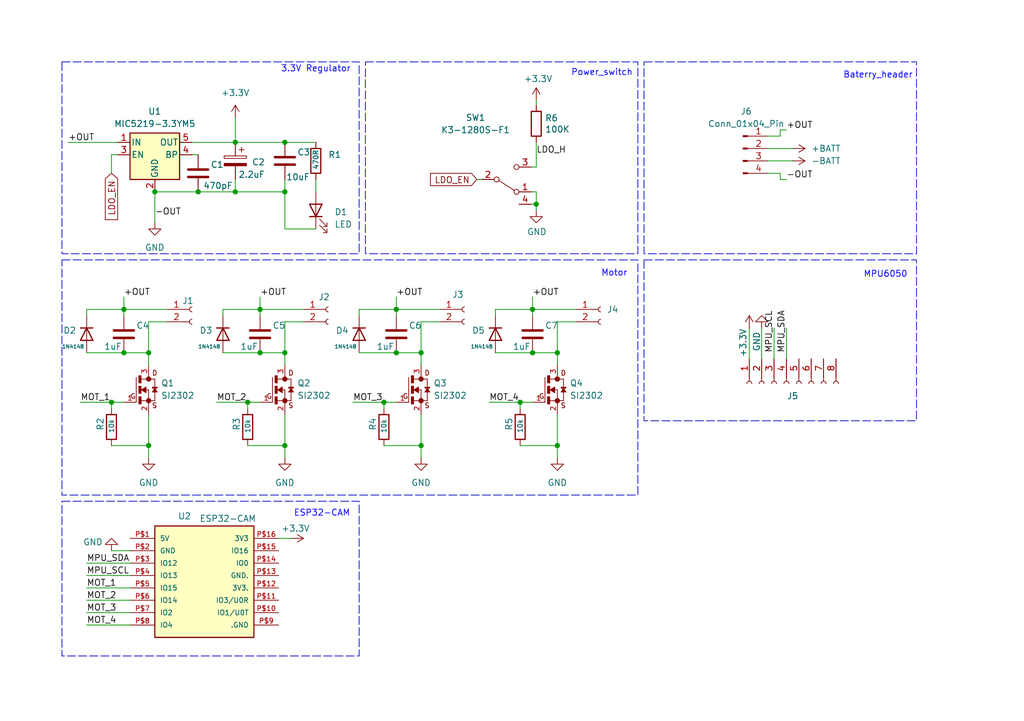
<source format=kicad_sch>
(kicad_sch (version 20231120) (generator "eeschema") (generator_version "8.0")
  (paper "A5")
  (lib_symbols
    (symbol "Connector:Conn_01x02_Socket" (pin_names (offset 1.016) hide)
      (property "Reference" "J" (at 0 2.54 0))
      (property "Value" "Conn_01x02_Socket" (at 0 -5.08 0))
      (symbol "Conn_01x02_Socket_1_1"
        (arc (start 0 -2.032) (mid -0.5058 -2.54) (end 0 -3.048) (stroke (width 0.1524)))
        (polyline (pts (xy -1.27 -2.54) (xy -0.508 -2.54)) (stroke (width 0.1524)))
        (polyline (pts (xy -1.27 0) (xy -0.508 0)) (stroke (width 0.1524)))
        (arc (start 0 0.508) (mid -0.5058 0) (end 0 -0.508) (stroke (width 0.1524)))
        (pin passive line (at -5.08 0 0) (length 3.81) (name "Pin_1") (number "1"))
        (pin passive line (at -5.08 -2.54 0) (length 3.81) (name "Pin_2") (number "2"))
      )
    )
    (symbol "Connector:Conn_01x04_Pin" (pin_names (offset 1.016) hide)
      (property "Reference" "J" (at 0 5.08 0))
      (property "Value" "Conn_01x04_Pin" (at 0 -7.62 0))
      (symbol "Conn_01x04_Pin_1_1"
        (polyline (pts (xy 1.27 -5.08) (xy 0.8636 -5.08)) (stroke (width 0.1524)))
        (polyline (pts (xy 1.27 -2.54) (xy 0.8636 -2.54)) (stroke (width 0.1524)))
        (polyline (pts (xy 1.27 0) (xy 0.8636 0)) (stroke (width 0.1524)))
        (polyline (pts (xy 1.27 2.54) (xy 0.8636 2.54)) (stroke (width 0.1524)))
        (rectangle (start 0.8636 -4.953) (end 0 -5.207) (stroke (width 0.1524)) (fill (type outline)))
        (rectangle (start 0.8636 -2.413) (end 0 -2.667) (stroke (width 0.1524)) (fill (type outline)))
        (rectangle (start 0.8636 0.127) (end 0 -0.127) (stroke (width 0.1524)) (fill (type outline)))
        (rectangle (start 0.8636 2.667) (end 0 2.413) (stroke (width 0.1524)) (fill (type outline)))
        (pin passive line (at 5.08 2.54 180) (length 3.81) (name "Pin_1") (number "1"))
        (pin passive line (at 5.08 0 180) (length 3.81) (name "Pin_2") (number "2"))
        (pin passive line (at 5.08 -2.54 180) (length 3.81) (name "Pin_3") (number "3"))
        (pin passive line (at 5.08 -5.08 180) (length 3.81) (name "Pin_4") (number "4"))
      )
    )
    (symbol "Connector:Conn_01x08_Socket" (pin_names (offset 1.016) hide)
      (property "Reference" "J" (at 0 10.16 0))
      (property "Value" "Conn_01x08_Socket" (at 0 -12.7 0))
      (symbol "Conn_01x08_Socket_1_1"
        (arc (start 0 -9.652) (mid -0.5058 -10.16) (end 0 -10.668) (stroke (width 0.1524)))
        (arc (start 0 -7.112) (mid -0.5058 -7.62) (end 0 -8.128) (stroke (width 0.1524)))
        (arc (start 0 -4.572) (mid -0.5058 -5.08) (end 0 -5.588) (stroke (width 0.1524)))
        (arc (start 0 -2.032) (mid -0.5058 -2.54) (end 0 -3.048) (stroke (width 0.1524)))
        (polyline (pts (xy -1.27 -10.16) (xy -0.508 -10.16)) (stroke (width 0.1524)))
        (polyline (pts (xy -1.27 -7.62) (xy -0.508 -7.62)) (stroke (width 0.1524)))
        (polyline (pts (xy -1.27 -5.08) (xy -0.508 -5.08)) (stroke (width 0.1524)))
        (polyline (pts (xy -1.27 -2.54) (xy -0.508 -2.54)) (stroke (width 0.1524)))
        (polyline (pts (xy -1.27 0) (xy -0.508 0)) (stroke (width 0.1524)))
        (polyline (pts (xy -1.27 2.54) (xy -0.508 2.54)) (stroke (width 0.1524)))
        (polyline (pts (xy -1.27 5.08) (xy -0.508 5.08)) (stroke (width 0.1524)))
        (polyline (pts (xy -1.27 7.62) (xy -0.508 7.62)) (stroke (width 0.1524)))
        (arc (start 0 0.508) (mid -0.5058 0) (end 0 -0.508) (stroke (width 0.1524)))
        (arc (start 0 3.048) (mid -0.5058 2.54) (end 0 2.032) (stroke (width 0.1524)))
        (arc (start 0 5.588) (mid -0.5058 5.08) (end 0 4.572) (stroke (width 0.1524)))
        (arc (start 0 8.128) (mid -0.5058 7.62) (end 0 7.112) (stroke (width 0.1524)))
        (pin passive line (at -5.08 7.62 0) (length 3.81) (name "Pin_1") (number "1"))
        (pin passive line (at -5.08 5.08 0) (length 3.81) (name "Pin_2") (number "2"))
        (pin passive line (at -5.08 2.54 0) (length 3.81) (name "Pin_3") (number "3"))
        (pin passive line (at -5.08 0 0) (length 3.81) (name "Pin_4") (number "4"))
        (pin passive line (at -5.08 -2.54 0) (length 3.81) (name "Pin_5") (number "5"))
        (pin passive line (at -5.08 -5.08 0) (length 3.81) (name "Pin_6") (number "6"))
        (pin passive line (at -5.08 -7.62 0) (length 3.81) (name "Pin_7") (number "7"))
        (pin passive line (at -5.08 -10.16 0) (length 3.81) (name "Pin_8") (number "8"))
      )
    )
    (symbol "Device:C" (pin_numbers hide) (pin_names (offset 0.254))
      (property "Reference" "C" (at 0.635 2.54 0))
      (property "Value" "C" (at 0.635 -2.54 0))
      (symbol "C_0_1"
        (polyline (pts (xy -2.032 -0.762) (xy 2.032 -0.762)) (stroke (width 0.508)))
        (polyline (pts (xy -2.032 0.762) (xy 2.032 0.762)) (stroke (width 0.508)))
      )
      (symbol "C_1_1"
        (pin passive line (at 0 3.81 270) (length 2.794) (name "~") (number "1"))
        (pin passive line (at 0 -3.81 90) (length 2.794) (name "~") (number "2"))
      )
    )
    (symbol "Device:C_Polarized" (pin_numbers hide) (pin_names (offset 0.254))
      (property "Reference" "C" (at 0.635 2.54 0))
      (property "Value" "C_Polarized" (at 0.635 -2.54 0))
      (symbol "C_Polarized_0_1"
        (rectangle (start -2.286 0.508) (end 2.286 1.016))
        (polyline (pts (xy -1.778 2.286) (xy -0.762 2.286)))
        (polyline (pts (xy -1.27 2.794) (xy -1.27 1.778)))
        (rectangle (start 2.286 -0.508) (end -2.286 -1.016) (fill (type outline)))
      )
      (symbol "C_Polarized_1_1"
        (pin passive line (at 0 3.81 270) (length 2.794) (name "~") (number "1"))
        (pin passive line (at 0 -3.81 90) (length 2.794) (name "~") (number "2"))
      )
    )
    (symbol "Device:LED" (pin_numbers hide) (pin_names (offset 1.016) hide)
      (property "Reference" "D" (at 0 2.54 0))
      (property "Value" "LED" (at 0 -2.54 0))
      (symbol "LED_0_1"
        (polyline (pts (xy -1.27 -1.27) (xy -1.27 1.27)) (stroke (width 0.254)))
        (polyline (pts (xy -1.27 0) (xy 1.27 0)))
        (polyline (pts (xy 1.27 -1.27) (xy 1.27 1.27) (xy -1.27 0) (xy 1.27 -1.27)) (stroke (width 0.254)))
        (polyline (pts (xy -3.048 -0.762) (xy -4.572 -2.286) (xy -3.81 -2.286) (xy -4.572 -2.286) (xy -4.572 -1.524)))
        (polyline (pts (xy -1.778 -0.762) (xy -3.302 -2.286) (xy -2.54 -2.286) (xy -3.302 -2.286) (xy -3.302 -1.524)))
      )
      (symbol "LED_1_1"
        (pin passive line (at -3.81 0 0) (length 2.54) (name "K") (number "1"))
        (pin passive line (at 3.81 0 180) (length 2.54) (name "A") (number "2"))
      )
    )
    (symbol "Device:R" (pin_numbers hide) (pin_names (offset 0))
      (property "Reference" "R" (at 2.032 0 90))
      (property "Value" "R" (at 0 0 90))
      (symbol "R_0_1"
        (rectangle (start -1.016 -2.54) (end 1.016 2.54) (stroke (width 0.254)))
      )
      (symbol "R_1_1"
        (pin passive line (at 0 3.81 270) (length 1.27) (name "~") (number "1"))
        (pin passive line (at 0 -3.81 90) (length 1.27) (name "~") (number "2"))
      )
    )
    (symbol "Diode:1N4148" (pin_numbers hide) (pin_names hide)
      (property "Reference" "D" (at 0 2.54 0))
      (property "Value" "1N4148" (at 0 -2.54 0))
      (symbol "1N4148_0_1"
        (polyline (pts (xy -1.27 1.27) (xy -1.27 -1.27)) (stroke (width 0.254)))
        (polyline (pts (xy 1.27 0) (xy -1.27 0)))
        (polyline (pts (xy 1.27 1.27) (xy 1.27 -1.27) (xy -1.27 0) (xy 1.27 1.27)) (stroke (width 0.254)))
      )
      (symbol "1N4148_1_1"
        (pin passive line (at -3.81 0 0) (length 2.54) (name "K") (number "1"))
        (pin passive line (at 3.81 0 180) (length 2.54) (name "A") (number "2"))
      )
    )
    (symbol "ESP32-CAM:ESP32-CAM" (pin_names (offset 1.016))
      (property "Reference" "U" (at -10.16 20.32 0))
      (property "Value" "ESP32-CAM" (at 0 0 0))
      (symbol "ESP32-CAM_0_0"
        (rectangle (start -10.16 -5.08) (end 10.16 17.78) (stroke (width 0.254)) (fill (type background)))
        (pin bidirectional line (at -15.24 15.24 0) (length 5.08) (name "5V") (number "P$1"))
        (pin bidirectional line (at 15.24 0 180) (length 5.08) (name "IO1/U0T") (number "P$10"))
        (pin bidirectional line (at 15.24 2.54 180) (length 5.08) (name "IO3/U0R") (number "P$11"))
        (pin bidirectional line (at 15.24 5.08 180) (length 5.08) (name "3V3.") (number "P$12"))
        (pin bidirectional line (at 15.24 7.62 180) (length 5.08) (name "GND.") (number "P$13"))
        (pin bidirectional line (at 15.24 10.16 180) (length 5.08) (name "IO0") (number "P$14"))
        (pin bidirectional line (at 15.24 12.7 180) (length 5.08) (name "IO16") (number "P$15"))
        (pin bidirectional line (at 15.24 15.24 180) (length 5.08) (name "3V3") (number "P$16"))
        (pin bidirectional line (at -15.24 12.7 0) (length 5.08) (name "GND") (number "P$2"))
        (pin bidirectional line (at -15.24 10.16 0) (length 5.08) (name "IO12") (number "P$3"))
        (pin bidirectional line (at -15.24 7.62 0) (length 5.08) (name "IO13") (number "P$4"))
        (pin bidirectional line (at -15.24 5.08 0) (length 5.08) (name "IO15") (number "P$5"))
        (pin bidirectional line (at -15.24 2.54 0) (length 5.08) (name "IO14") (number "P$6"))
        (pin bidirectional line (at -15.24 0 0) (length 5.08) (name "IO2") (number "P$7"))
        (pin bidirectional line (at -15.24 -2.54 0) (length 5.08) (name "IO4") (number "P$8"))
        (pin bidirectional line (at 15.24 -2.54 180) (length 5.08) (name ".GND") (number "P$9"))
      )
    )
    (symbol "Regulator_Linear:MIC5219-3.3YM5" (pin_names (offset 0.254))
      (property "Reference" "U" (at -3.81 5.715 0))
      (property "Value" "MIC5219-3.3YM5" (at 0 5.715 0))
      (symbol "MIC5219-3.3YM5_0_1"
        (rectangle (start -5.08 4.445) (end 5.08 -5.08) (stroke (width 0.254)) (fill (type background)))
      )
      (symbol "MIC5219-3.3YM5_1_1"
        (pin power_in line (at -7.62 2.54 0) (length 2.54) (name "IN") (number "1"))
        (pin power_in line (at 0 -7.62 90) (length 2.54) (name "GND") (number "2"))
        (pin input line (at -7.62 0 0) (length 2.54) (name "EN") (number "3"))
        (pin input line (at 7.62 0 180) (length 2.54) (name "BP") (number "4"))
        (pin power_out line (at 7.62 2.54 180) (length 2.54) (name "OUT") (number "5"))
      )
    )
    (symbol "SI2302:SI2302" (pin_names (offset 1.016))
      (property "Reference" "Q" (at 2.5417 0 0))
      (property "Value" "SI2302" (at 2.5438 -2.5438 0))
      (symbol "SI2302_0_0"
        (rectangle (start -2.035 1.399) (end -1.524 2.921) (stroke (width 0.1)) (fill (type outline)))
        (rectangle (start -2.0335 -2.9232) (end -1.524 -1.397) (stroke (width 0.1)) (fill (type outline)))
        (rectangle (start -2.0336 -0.7626) (end -1.524 0.762) (stroke (width 0.1)) (fill (type outline)))
        (circle (center 0 -2.2225) (radius 0.127) (stroke (width 0.4064)))
        (polyline (pts (xy -2.54 -2.54) (xy -2.54 2.54)) (stroke (width 0.1524)))
        (polyline (pts (xy -1.5875 -2.2225) (xy 0 -2.2225)) (stroke (width 0.1524)))
        (polyline (pts (xy -1.5875 2.2225) (xy 0 2.2225)) (stroke (width 0.1524)))
        (polyline (pts (xy -0.508 0) (xy 0 0)) (stroke (width 0.1524)))
        (polyline (pts (xy 0 -2.2225) (xy 0 -2.54)) (stroke (width 0.1524)))
        (polyline (pts (xy 0 0) (xy 0 -2.2225)) (stroke (width 0.1524)))
        (polyline (pts (xy 0 2.2225) (xy 1.27 2.2225)) (stroke (width 0.1524)))
        (polyline (pts (xy 0 2.54) (xy 0 2.2225)) (stroke (width 0.1524)))
        (polyline (pts (xy 1.27 -2.2225) (xy 0 -2.2225)) (stroke (width 0.1524)))
        (polyline (pts (xy 1.27 2.2225) (xy 1.27 -2.2225)) (stroke (width 0.1524)))
        (polyline (pts (xy -1.524 0) (xy -0.508 0.635) (xy -0.508 -0.635) (xy -1.524 0)) (stroke (width 0.1016)) (fill (type outline)))
        (polyline (pts (xy 1.27 0.3175) (xy 0.762 -0.4445) (xy 1.778 -0.4445) (xy 1.27 0.3175)) (stroke (width 0.1524)) (fill (type outline)))
        (circle (center 0 2.2225) (radius 0.127) (stroke (width 0.4064)))
        (rectangle (start 0.7632 0.318) (end 1.778 0.5715) (stroke (width 0.1)) (fill (type outline)))
        (text "D" (at 0.6361 2.8623 0) (effects (font (size 1.0177 1.0177)) (justify left bottom)))
        (text "G" (at -3.813 -1.9065 0) (effects (font (size 1.0168 1.0168)) (justify left bottom)))
        (text "S" (at 0.6357 -3.8141 0) (effects (font (size 1.0171 1.0171)) (justify left bottom)))
        (pin passive line (at -5.08 -2.54 0) (length 2.54) (name "~") (number "1"))
        (pin passive line (at 0 -5.08 90) (length 2.54) (name "~") (number "2"))
        (pin passive line (at 0 5.08 270) (length 2.54) (name "~") (number "3"))
      )
    )
    (symbol "Switch:SW_SPDT" (pin_names (offset 0) hide)
      (property "Reference" "SW3" (at -6.35 -12.7 0))
      (property "Value" "K3-1280S-F1 " (at -6.35 -10.16 0))
      (symbol "SW_SPDT_0_0"
        (circle (center -2.032 0) (radius 0.508))
        (circle (center 2.032 -2.54) (radius 0.508))
      )
      (symbol "SW_SPDT_0_1"
        (polyline (pts (xy -1.524 0.254) (xy 1.651 2.286)))
        (circle (center 2.032 2.54) (radius 0.508))
      )
      (symbol "SW_SPDT_1_1"
        (pin passive line (at 5.08 2.54 180) (length 2.54) (name "A") (number "1"))
        (pin passive line (at -5.08 0 0) (length 2.54) (name "B") (number "2"))
        (pin passive line (at 5.08 -2.54 180) (length 2.54) (name "C") (number "3"))
        (pin input line (at 5.08 5.08 180) (length 2.54) (name "4") (number "4"))
      )
    )
    (symbol "power:+3.3V" (power) (pin_numbers hide) (pin_names (offset 0) hide)
      (property "Value" "+3.3V" (at 0 3.556 0))
      (symbol "+3.3V_0_1"
        (polyline (pts (xy -0.762 1.27) (xy 0 2.54)))
        (polyline (pts (xy 0 0) (xy 0 2.54)))
        (polyline (pts (xy 0 2.54) (xy 0.762 1.27)))
      )
      (symbol "+3.3V_1_1"
        (pin power_in line (at 0 0 90) (length 0) (name "~") (number "1"))
      )
    )
    (symbol "power:+BATT" (power) (pin_numbers hide) (pin_names (offset 0) hide)
      (property "Value" "+BATT" (at 0 3.556 0))
      (symbol "+BATT_0_1"
        (polyline (pts (xy -0.762 1.27) (xy 0 2.54)))
        (polyline (pts (xy 0 0) (xy 0 2.54)))
        (polyline (pts (xy 0 2.54) (xy 0.762 1.27)))
      )
      (symbol "+BATT_1_1"
        (pin power_in line (at 0 0 90) (length 0) (name "~") (number "1"))
      )
    )
    (symbol "power:GND" (power) (pin_numbers hide) (pin_names (offset 0) hide)
      (property "Value" "GND" (at 0 -3.81 0))
      (symbol "GND_0_1"
        (polyline (pts (xy 0 0) (xy 0 -1.27) (xy 1.27 -1.27) (xy 0 -2.54) (xy -1.27 -1.27) (xy 0 -1.27)))
      )
      (symbol "GND_1_1"
        (pin power_in line (at 0 0 270) (length 0) (name "~") (number "1"))
      )
    )
    (symbol "power:VBUS" (power) (pin_names (offset 0))
      (property "Value" "VBUS" (at 0 3.81 0))
      (symbol "VBUS_0_1"
        (polyline (pts (xy -0.762 1.27) (xy 0 2.54)))
        (polyline (pts (xy 0 0) (xy 0 2.54)))
        (polyline (pts (xy 0 2.54) (xy 0.762 1.27)))
      )
      (symbol "VBUS_1_1"
        (pin power_in line (at 0 0 90) (length 0) hide (name "VBUS") (number "1"))
      )
    )
  )
  (junction (at 48.26 29.21))
  (junction (at 86.36 72.39))
  (junction (at 48.26 39.37))
  (junction (at 30.48 91.44))
  (junction (at 58.42 91.44))
  (junction (at 78.74 82.55))
  (junction (at 109.22 63.5))
  (junction (at 22.86 82.55))
  (junction (at 31.75 39.37))
  (junction (at 86.36 91.44))
  (junction (at 58.42 39.37))
  (junction (at 25.4 63.5))
  (junction (at 109.982 41.91))
  (junction (at 58.42 29.21))
  (junction (at 114.3 91.44))
  (junction (at 114.3 72.39))
  (junction (at 81.28 72.39))
  (junction (at 25.4 72.39))
  (junction (at 109.22 72.39))
  (junction (at 50.8 82.55))
  (junction (at 30.48 72.39))
  (junction (at 53.34 63.5))
  (junction (at 58.42 72.39))
  (junction (at 81.28 63.5))
  (junction (at 40.64 39.37))
  (junction (at 53.34 72.39))
  (junction (at 106.68 82.55))
  (wire (pts (xy 106.68 91.44) (xy 114.3 91.44)))
  (wire (pts (xy 31.75 39.37) (xy 40.64 39.37)))
  (wire (pts (xy 109.982 29.21) (xy 109.982 34.29)))
  (wire (pts (xy 161.29 67.31) (xy 161.29 73.66)))
  (wire (pts (xy 78.74 91.44) (xy 86.36 91.44)))
  (wire (pts (xy 58.42 36.83) (xy 58.42 39.37)))
  (wire (pts (xy 64.77 46.99) (xy 58.42 46.99)))
  (wire (pts (xy 17.78 118.11) (xy 26.67 118.11)))
  (wire (pts (xy 108.966 39.37) (xy 109.982 39.37)))
  (wire (pts (xy 16.51 82.55) (xy 22.86 82.55)))
  (wire (pts (xy 40.64 39.37) (xy 48.26 39.37)))
  (wire (pts (xy 109.22 72.39) (xy 114.3 72.39)))
  (wire (pts (xy 72.39 82.55) (xy 78.74 82.55)))
  (wire (pts (xy 109.982 20.574) (xy 109.982 21.59)))
  (wire (pts (xy 109.22 60.96) (xy 109.22 63.5)))
  (wire (pts (xy 22.86 91.44) (xy 30.48 91.44)))
  (wire (pts (xy 156.21 67.31) (xy 156.21 73.66)))
  (wire (pts (xy 39.37 29.21) (xy 48.26 29.21)))
  (wire (pts (xy 160.02 26.67) (xy 161.29 26.67)))
  (wire (pts (xy 48.26 36.83) (xy 48.26 39.37)))
  (wire (pts (xy 58.42 39.37) (xy 48.26 39.37)))
  (wire (pts (xy 57.15 110.49) (xy 59.69 110.49)))
  (wire (pts (xy 86.36 66.04) (xy 90.17 66.04)))
  (wire (pts (xy 78.74 82.55) (xy 78.74 83.82)))
  (wire (pts (xy 160.02 36.83) (xy 161.29 36.83)))
  (wire (pts (xy 157.48 33.02) (xy 162.56 33.02)))
  (wire (pts (xy 157.48 30.48) (xy 162.56 30.48)))
  (wire (pts (xy 153.67 67.31) (xy 153.67 73.66)))
  (wire (pts (xy 73.66 63.5) (xy 81.28 63.5)))
  (wire (pts (xy 17.78 128.27) (xy 26.67 128.27)))
  (wire (pts (xy 58.42 66.04) (xy 62.23 66.04)))
  (wire (pts (xy 78.74 82.55) (xy 81.28 82.55)))
  (wire (pts (xy 109.22 63.5) (xy 118.11 63.5)))
  (wire (pts (xy 17.78 120.65) (xy 26.67 120.65)))
  (wire (pts (xy 86.36 72.39) (xy 86.36 66.04)))
  (wire (pts (xy 50.8 82.55) (xy 50.8 83.82)))
  (wire (pts (xy 81.28 63.5) (xy 90.17 63.5)))
  (wire (pts (xy 25.4 72.39) (xy 30.48 72.39)))
  (wire (pts (xy 13.97 29.21) (xy 24.13 29.21)))
  (wire (pts (xy 44.45 82.55) (xy 50.8 82.55)))
  (wire (pts (xy 108.966 34.29) (xy 109.982 34.29)))
  (wire (pts (xy 22.86 82.55) (xy 25.4 82.55)))
  (wire (pts (xy 17.78 125.73) (xy 26.67 125.73)))
  (wire (pts (xy 39.37 31.75) (xy 40.64 31.75)))
  (wire (pts (xy 48.26 24.13) (xy 48.26 29.21)))
  (wire (pts (xy 81.28 63.5) (xy 81.28 64.77)))
  (wire (pts (xy 81.28 60.96) (xy 81.28 63.5)))
  (wire (pts (xy 98.806 36.83) (xy 97.79 36.83)))
  (wire (pts (xy 25.4 63.5) (xy 34.29 63.5)))
  (wire (pts (xy 30.48 74.93) (xy 30.48 72.39)))
  (wire (pts (xy 158.75 67.31) (xy 158.75 73.66)))
  (wire (pts (xy 53.34 60.96) (xy 53.34 63.5)))
  (wire (pts (xy 109.22 63.5) (xy 109.22 64.77)))
  (wire (pts (xy 100.33 82.55) (xy 106.68 82.55)))
  (wire (pts (xy 101.6 72.39) (xy 109.22 72.39)))
  (wire (pts (xy 86.36 74.93) (xy 86.36 72.39)))
  (wire (pts (xy 53.34 72.39) (xy 58.42 72.39)))
  (wire (pts (xy 17.78 63.5) (xy 25.4 63.5)))
  (wire (pts (xy 64.77 39.37) (xy 64.77 36.83)))
  (wire (pts (xy 45.72 63.5) (xy 53.34 63.5)))
  (wire (pts (xy 58.42 74.93) (xy 58.42 72.39)))
  (wire (pts (xy 109.982 39.37) (xy 109.982 41.91)))
  (wire (pts (xy 73.66 64.77) (xy 73.66 63.5)))
  (wire (pts (xy 58.42 46.99) (xy 58.42 39.37)))
  (wire (pts (xy 81.28 72.39) (xy 86.36 72.39)))
  (wire (pts (xy 22.86 113.03) (xy 26.67 113.03)))
  (wire (pts (xy 45.72 64.77) (xy 45.72 63.5)))
  (wire (pts (xy 101.6 64.77) (xy 101.6 63.5)))
  (wire (pts (xy 160.02 35.56) (xy 157.48 35.56)))
  (wire (pts (xy 48.26 29.21) (xy 58.42 29.21)))
  (wire (pts (xy 101.6 63.5) (xy 109.22 63.5)))
  (wire (pts (xy 86.36 91.44) (xy 86.36 85.09)))
  (wire (pts (xy 58.42 29.21) (xy 64.77 29.21)))
  (wire (pts (xy 58.42 72.39) (xy 58.42 66.04)))
  (wire (pts (xy 114.3 72.39) (xy 114.3 66.04)))
  (wire (pts (xy 30.48 91.44) (xy 30.48 85.09)))
  (wire (pts (xy 160.02 36.83) (xy 160.02 35.56)))
  (wire (pts (xy 114.3 93.98) (xy 114.3 91.44)))
  (wire (pts (xy 106.68 82.55) (xy 106.68 83.82)))
  (wire (pts (xy 50.8 82.55) (xy 53.34 82.55)))
  (wire (pts (xy 114.3 66.04) (xy 118.11 66.04)))
  (wire (pts (xy 50.8 91.44) (xy 58.42 91.44)))
  (wire (pts (xy 108.966 41.91) (xy 109.982 41.91)))
  (wire (pts (xy 22.86 35.56) (xy 22.86 31.75)))
  (wire (pts (xy 109.982 41.91) (xy 109.982 43.18)))
  (wire (pts (xy 31.75 45.72) (xy 31.75 39.37)))
  (wire (pts (xy 17.78 64.77) (xy 17.78 63.5)))
  (wire (pts (xy 58.42 91.44) (xy 58.42 85.09)))
  (wire (pts (xy 17.78 72.39) (xy 25.4 72.39)))
  (wire (pts (xy 22.86 82.55) (xy 22.86 83.82)))
  (wire (pts (xy 160.02 26.67) (xy 160.02 27.94)))
  (wire (pts (xy 22.86 31.75) (xy 24.13 31.75)))
  (wire (pts (xy 53.34 63.5) (xy 53.34 64.77)))
  (wire (pts (xy 114.3 91.44) (xy 114.3 85.09)))
  (wire (pts (xy 30.48 72.39) (xy 30.48 66.04)))
  (wire (pts (xy 30.48 93.98) (xy 30.48 91.44)))
  (wire (pts (xy 73.66 72.39) (xy 81.28 72.39)))
  (wire (pts (xy 160.02 27.94) (xy 157.48 27.94)))
  (wire (pts (xy 17.78 123.19) (xy 26.67 123.19)))
  (wire (pts (xy 114.3 74.93) (xy 114.3 72.39)))
  (wire (pts (xy 106.68 82.55) (xy 109.22 82.55)))
  (wire (pts (xy 17.78 115.57) (xy 26.67 115.57)))
  (wire (pts (xy 30.48 66.04) (xy 34.29 66.04)))
  (wire (pts (xy 25.4 60.96) (xy 25.4 63.5)))
  (wire (pts (xy 58.42 93.98) (xy 58.42 91.44)))
  (wire (pts (xy 53.34 63.5) (xy 62.23 63.5)))
  (wire (pts (xy 25.4 63.5) (xy 25.4 64.77)))
  (wire (pts (xy 86.36 93.98) (xy 86.36 91.44)))
  (wire (pts (xy 45.72 72.39) (xy 53.34 72.39)))
  (rectangle (start 12.7 12.7) (end 73.66 52.07) (stroke (width 0) (type dash)))
  (rectangle (start 132.08 53.34) (end 187.96 86.36) (stroke (width 0) (type dash)))
  (rectangle (start 12.7 53.34) (end 130.81 101.6) (stroke (width 0) (type dash)))
  (rectangle (start 74.93 12.7) (end 130.81 52.07) (stroke (width 0) (type dash)))
  (rectangle (start 12.7 102.87) (end 73.66 134.62) (stroke (width 0) (type dash)))
  (rectangle (start 132.08 12.7) (end 187.96 52.07) (stroke (width 0) (type dash)))
  (text "Motor" (at 125.984 56.134 0) (effects (font (size 1.27 1.27))))
  (text "Power_switch" (at 123.444 14.986 0) (effects (font (size 1.27 1.27))))
  (text "Baterry_header" (at 180.086 15.494 0) (effects (font (size 1.27 1.27))))
  (text "3.3V Regulator" (at 64.77 14.224 0) (effects (font (size 1.27 1.27))))
  (text "MPU6050" (at 181.61 56.388 0) (effects (font (size 1.27 1.27))))
  (text "ESP32-CAM" (at 66.04 105.41 0) (effects (font (size 1.27 1.27))))
  (label "MOT_2" (at 44.45 82.55 0))
  (label "+OUT" (at 81.28 60.96 0))
  (label "MOT_3" (at 72.39 82.55 0))
  (label "-OUT" (at 31.75 44.45 0))
  (label "+OUT" (at 25.4 60.96 0))
  (label "-OUT" (at 161.29 36.83 0))
  (label "MPU_SCL" (at 158.75 72.39 90))
  (label "+OUT" (at 53.34 60.96 0))
  (label "+OUT" (at 109.22 60.96 0))
  (label "MPU_SDA" (at 17.78 115.57 0))
  (label "MOT_4" (at 100.33 82.55 0))
  (label "+OUT" (at 13.97 29.21 0))
  (label "MOT_1" (at 17.78 120.65 0))
  (label "+OUT" (at 161.29 26.67 0))
  (label "LDO_H" (at 109.982 31.75 0))
  (label "MOT_4" (at 17.78 128.27 0))
  (label "MOT_1" (at 16.51 82.55 0))
  (label "MOT_3" (at 17.78 125.73 0))
  (label "MPU_SCL" (at 17.78 118.11 0))
  (label "MPU_SDA" (at 161.29 72.39 90))
  (label "MOT_2" (at 17.78 123.19 0))
  (global_label "LDO_EN" (shape input) (at 22.86 35.56 270) (property "Intersheetrefs" "${INTERSHEET_REFS}" (effects (hide yes))))
  (global_label "LDO_EN" (shape input) (at 97.79 36.83 180) (property "Intersheetrefs" "${INTERSHEET_REFS}" (effects (hide yes))))
  (symbol (lib_id "ESP32-CAM:ESP32-CAM") (at 41.91 125.73 0) (unit 1)
    (property "Reference" "U2" (at 37.846 105.918 0))
    (property "Value" "ESP32-CAM" (at 46.736 106.426 0))
    (property "Footprint" "ESP32-CAM:ESP32-CAM" (effects (hide yes)))
    (property "MF" "AI-Thinker" (effects (hide yes)))
    (property "DESCRIPTION" "ESP32 ESP32 Transceiver; 802.11 a/b/g/n (Wi-Fi, WiFi, WLAN), Bluetooth® Smart 4.x Low Energy (BLE) Evaluation Board" (effects (hide yes)))
    (property "PACKAGE" "None" (effects (hide yes)))
    (property "PRICE" "None" (effects (hide yes)))
    (property "Package" "None" (effects (hide yes)))
    (property "Check_prices" "https://www.snapeda.com/parts/ESP32-CAM/AI-Thinker/view-part/?ref=eda" (effects (hide yes)))
    (property "Price" "None" (effects (hide yes)))
    (property "SnapEDA_Link" "https://www.snapeda.com/parts/ESP32-CAM/AI-Thinker/view-part/?ref=snap" (effects (hide yes)))
    (property "MP" "ESP32-CAM" (effects (hide yes)))
    (property "Availability" "Not in stock" (effects (hide yes)))
    (property "AVAILABILITY" "Not in stock" (effects (hide yes)))
    (property "Description_1" "\nESP32 ESP32 Transceiver; 802.11 a/b/g/n (Wi-Fi, WiFi, WLAN), Bluetooth® Smart 4.x Low Energy (BLE) Evaluation Board\n" (effects (hide yes)))
  )
  (symbol (lib_id "Connector:Conn_01x08_Socket") (at 161.29 78.74 90) (mirror x) (unit 1)
    (property "Reference" "J5" (at 162.56 81.28 90))
    (property "Value" "Conn_01x08_Socket" (effects (hide yes)))
    (property "Footprint" "Connector_PinSocket_2.54mm:PinSocket_1x08_P2.54mm_Vertical" (effects (hide yes)))
    (property "Description" "Generic connector, single row, 01x08, script generated" (effects (hide yes)))
  )
  (symbol (lib_id "SI2302:SI2302") (at 58.42 80.01 0) (unit 1)
    (property "Reference" "Q2" (at 60.96 78.635 0) (effects (justify left)))
    (property "Value" "SI2302" (at 60.96 81.175 0) (effects (justify left)))
    (property "Footprint" "SI2302:SOT23" (effects (hide yes)))
    (property "MF" "Vishay Siliconix" (effects (hide yes)))
    (property "Description_1" "\nN-Channel 20 V 2.6A (Ta) 710mW (Ta) Surface Mount SOT-23-3 (TO-236)\n" (effects (hide yes)))
    (property "Package" "SOT-23-3 Vishay Siliconix" (effects (hide yes)))
    (property "Price" "None" (effects (hide yes)))
    (property "SnapEDA_Link" "https://www.snapeda.com/parts/SI2302/Vishay+Siliconix/view-part/?ref=snap" (effects (hide yes)))
    (property "MP" "SI2302" (effects (hide yes)))
    (property "Purchase-URL" "https://www.snapeda.com/api/url_track_click_mouser/?unipart_id=2777527&manufacturer=Vishay Siliconix&part_name=SI2302&search_term=None" (effects (hide yes)))
    (property "Availability" "Not in stock" (effects (hide yes)))
    (property "Check_prices" "https://www.snapeda.com/parts/SI2302/Vishay+Siliconix/view-part/?ref=eda" (effects (hide yes)))
  )
  (symbol (lib_id "power:+3.3V") (at 48.26 24.13 0) (unit 1)
    (property "Reference" "#PWR02" (effects (hide yes)))
    (property "Value" "+3.3V" (at 48.26 19.05 0))
    (property "Description" "Power symbol creates a global label with name \"+3.3V\"" (effects (hide yes)))
  )
  (symbol (lib_id "power:GND") (at 58.42 93.98 0) (unit 1)
    (property "Reference" "#PWR08" (effects (hide yes)))
    (property "Value" "GND" (at 58.42 99.06 0))
    (property "Description" "Power symbol creates a global label with name \"GND\" , ground" (effects (hide yes)))
  )
  (symbol (lib_id "power:GND") (at 86.36 93.98 0) (unit 1)
    (property "Reference" "#PWR010" (effects (hide yes)))
    (property "Value" "GND" (at 86.36 99.06 0))
    (property "Description" "Power symbol creates a global label with name \"GND\" , ground" (effects (hide yes)))
  )
  (symbol (lib_id "Connector:Conn_01x04_Pin") (at 152.4 30.48 0) (unit 1)
    (property "Reference" "J6" (at 153.035 22.86 0))
    (property "Value" "Conn_01x04_Pin" (at 153.035 25.4 0))
    (property "Footprint" "Connector_PinHeader_2.54mm:PinHeader_1x04_P2.54mm_Vertical" (effects (hide yes)))
    (property "Description" "Generic connector, single row, 01x04, script generated" (effects (hide yes)))
  )
  (symbol (lib_id "Diode:1N4148") (at 73.66 68.58 270) (unit 1)
    (property "Reference" "D4" (at 68.834 67.818 90) (effects (justify left)))
    (property "Value" "1N4148" (at 68.58 71.12 90) (effects (font (size 0.762 0.762)) (justify left)))
    (property "Footprint" "Diode_THT:D_DO-35_SOD27_P7.62mm_Horizontal" (effects (hide yes)))
    (property "Datasheet" "https://assets.nexperia.com/documents/data-sheet/1N4148_1N4448.pdf" (effects (hide yes)))
    (property "Description" "100V 0.15A standard switching diode, DO-35" (effects (hide yes)))
    (property "Sim.Device" "D" (effects (hide yes)))
    (property "Sim.Pins" "1=K 2=A" (effects (hide yes)))
  )
  (symbol (lib_id "Device:LED") (at 64.77 43.18 90) (unit 1)
    (property "Reference" "D1" (at 68.58 43.4974 90) (effects (justify right)))
    (property "Value" "LED" (at 68.58 46.0374 90) (effects (justify right)))
    (property "Footprint" "LED_THT:LED_D3.0mm" (effects (hide yes)))
    (property "Description" "Light emitting diode" (effects (hide yes)))
  )
  (symbol (lib_id "Connector:Conn_01x02_Socket") (at 95.25 63.5 0) (unit 1)
    (property "Reference" "J3" (at 92.71 60.452 0) (effects (justify left)))
    (property "Value" "Conn_01x02_Socket" (effects (hide yes)))
    (property "Footprint" "Connector_PinSocket_1.27mm:PinSocket_1x02_P1.27mm_Vertical" (effects (hide yes)))
    (property "Description" "Generic connector, single row, 01x02, script generated" (effects (hide yes)))
  )
  (symbol (lib_id "Connector:Conn_01x02_Socket") (at 123.19 63.5 0) (unit 1)
    (property "Reference" "J4" (at 124.46 63.4999 0) (effects (justify left)))
    (property "Value" "Conn_01x02_Socket" (effects (hide yes)))
    (property "Footprint" "Connector_PinSocket_1.27mm:PinSocket_1x02_P1.27mm_Vertical" (effects (hide yes)))
    (property "Description" "Generic connector, single row, 01x02, script generated" (effects (hide yes)))
  )
  (symbol (lib_id "power:GND") (at 109.982 43.18 0) (unit 1)
    (property "Reference" "#PWR016" (effects (hide yes)))
    (property "Value" "GND" (at 110.109 47.5742 0))
  )
  (symbol (lib_id "Device:R") (at 64.77 33.02 0) (unit 1)
    (property "Reference" "R1" (at 67.31 31.7499 0) (effects (justify left)))
    (property "Value" "470R" (at 64.77 34.798 90) (effects (font (size 1.016 1.016)) (justify left)))
    (property "Footprint" "Resistor_THT:R_Axial_DIN0309_L9.0mm_D3.2mm_P12.70mm_Horizontal" (effects (hide yes)))
    (property "Description" "Resistor" (effects (hide yes)))
  )
  (symbol (lib_id "Device:C") (at 53.34 68.58 0) (unit 1)
    (property "Reference" "C5" (at 55.88 66.802 0) (effects (justify left)))
    (property "Value" "1uF" (at 49.276 71.12 0) (effects (justify left)))
    (property "Footprint" "Capacitor_THT:C_Disc_D7.0mm_W2.5mm_P5.00mm" (effects (hide yes)))
    (property "Description" "Unpolarized capacitor" (effects (hide yes)))
  )
  (symbol (lib_id "SI2302:SI2302") (at 86.36 80.01 0) (unit 1)
    (property "Reference" "Q3" (at 88.9 78.635 0) (effects (justify left)))
    (property "Value" "SI2302" (at 88.9 81.175 0) (effects (justify left)))
    (property "Footprint" "SI2302:SOT23" (effects (hide yes)))
    (property "MF" "Vishay Siliconix" (effects (hide yes)))
    (property "Description_1" "\nN-Channel 20 V 2.6A (Ta) 710mW (Ta) Surface Mount SOT-23-3 (TO-236)\n" (effects (hide yes)))
    (property "Package" "SOT-23-3 Vishay Siliconix" (effects (hide yes)))
    (property "Price" "None" (effects (hide yes)))
    (property "SnapEDA_Link" "https://www.snapeda.com/parts/SI2302/Vishay+Siliconix/view-part/?ref=snap" (effects (hide yes)))
    (property "MP" "SI2302" (effects (hide yes)))
    (property "Purchase-URL" "https://www.snapeda.com/api/url_track_click_mouser/?unipart_id=2777527&manufacturer=Vishay Siliconix&part_name=SI2302&search_term=None" (effects (hide yes)))
    (property "Availability" "Not in stock" (effects (hide yes)))
    (property "Check_prices" "https://www.snapeda.com/parts/SI2302/Vishay+Siliconix/view-part/?ref=eda" (effects (hide yes)))
  )
  (symbol (lib_id "power:+3.3V") (at 153.67 67.31 0) (unit 1)
    (property "Reference" "#PWR013" (effects (hide yes)))
    (property "Value" "+3.3V" (at 152.4 70.358 90))
    (property "Description" "Power symbol creates a global label with name \"+3.3V\"" (effects (hide yes)))
  )
  (symbol (lib_id "Diode:1N4148") (at 101.6 68.58 270) (unit 1)
    (property "Reference" "D5" (at 96.774 67.818 90) (effects (justify left)))
    (property "Value" "1N4148" (at 96.52 71.12 90) (effects (font (size 0.762 0.762)) (justify left)))
    (property "Footprint" "Diode_THT:D_DO-35_SOD27_P7.62mm_Horizontal" (effects (hide yes)))
    (property "Datasheet" "https://assets.nexperia.com/documents/data-sheet/1N4148_1N4448.pdf" (effects (hide yes)))
    (property "Description" "100V 0.15A standard switching diode, DO-35" (effects (hide yes)))
    (property "Sim.Device" "D" (effects (hide yes)))
    (property "Sim.Pins" "1=K 2=A" (effects (hide yes)))
  )
  (symbol (lib_id "power:+BATT") (at 162.56 33.02 270) (unit 1)
    (property "Reference" "#PWR018" (effects (hide yes)))
    (property "Value" "-BATT" (at 166.37 33.0199 90) (effects (justify left)))
    (property "Description" "Power symbol creates a global label with name \"+BATT\"" (effects (hide yes)))
  )
  (symbol (lib_id "Device:C_Polarized") (at 48.26 33.02 0) (mirror y) (unit 1)
    (property "Reference" "C2" (at 54.356 33.274 0) (effects (justify left)))
    (property "Value" "2.2uF" (at 54.356 35.814 0) (effects (justify left)))
    (property "Footprint" "Capacitor_THT:C_Disc_D7.0mm_W2.5mm_P5.00mm" (effects (hide yes)))
    (property "Description" "Polarized capacitor" (effects (hide yes)))
  )
  (symbol (lib_id "power:GND") (at 22.86 113.03 180) (unit 1)
    (property "Reference" "#PWR06" (effects (hide yes)))
    (property "Value" "GND" (at 17.018 111.252 0) (effects (justify right)))
    (property "Description" "Power symbol creates a global label with name \"GND\" , ground" (effects (hide yes)))
  )
  (symbol (lib_id "SI2302:SI2302") (at 30.48 80.01 0) (unit 1)
    (property "Reference" "Q1" (at 33.02 78.635 0) (effects (justify left)))
    (property "Value" "SI2302" (at 33.02 81.175 0) (effects (justify left)))
    (property "Footprint" "SI2302:SOT23" (effects (hide yes)))
    (property "MF" "Vishay Siliconix" (effects (hide yes)))
    (property "Description_1" "\nN-Channel 20 V 2.6A (Ta) 710mW (Ta) Surface Mount SOT-23-3 (TO-236)\n" (effects (hide yes)))
    (property "Package" "SOT-23-3 Vishay Siliconix" (effects (hide yes)))
    (property "Price" "None" (effects (hide yes)))
    (property "SnapEDA_Link" "https://www.snapeda.com/parts/SI2302/Vishay+Siliconix/view-part/?ref=snap" (effects (hide yes)))
    (property "MP" "SI2302" (effects (hide yes)))
    (property "Purchase-URL" "https://www.snapeda.com/api/url_track_click_mouser/?unipart_id=2777527&manufacturer=Vishay Siliconix&part_name=SI2302&search_term=None" (effects (hide yes)))
    (property "Availability" "Not in stock" (effects (hide yes)))
    (property "Check_prices" "https://www.snapeda.com/parts/SI2302/Vishay+Siliconix/view-part/?ref=eda" (effects (hide yes)))
  )
  (symbol (lib_id "Device:C") (at 40.64 35.56 0) (unit 1)
    (property "Reference" "C1" (at 43.18 33.782 0) (effects (justify left)))
    (property "Value" "470pF" (at 41.656 38.1 0) (effects (justify left)))
    (property "Footprint" "Capacitor_THT:C_Disc_D7.0mm_W2.5mm_P5.00mm" (effects (hide yes)))
    (property "Description" "Unpolarized capacitor" (effects (hide yes)))
  )
  (symbol (lib_id "Device:C") (at 109.22 68.58 0) (unit 1)
    (property "Reference" "C7" (at 111.76 66.802 0) (effects (justify left)))
    (property "Value" "1uF" (at 105.156 71.12 0) (effects (justify left)))
    (property "Footprint" "Capacitor_THT:C_Disc_D7.0mm_W2.5mm_P5.00mm" (effects (hide yes)))
    (property "Description" "Unpolarized capacitor" (effects (hide yes)))
  )
  (symbol (lib_id "Diode:1N4148") (at 17.78 68.58 270) (unit 1)
    (property "Reference" "D2" (at 12.954 67.818 90) (effects (justify left)))
    (property "Value" "1N4148" (at 12.7 71.12 90) (effects (font (size 0.762 0.762)) (justify left)))
    (property "Footprint" "Diode_THT:D_DO-35_SOD27_P7.62mm_Horizontal" (effects (hide yes)))
    (property "Datasheet" "https://assets.nexperia.com/documents/data-sheet/1N4148_1N4448.pdf" (effects (hide yes)))
    (property "Description" "100V 0.15A standard switching diode, DO-35" (effects (hide yes)))
    (property "Sim.Device" "D" (effects (hide yes)))
    (property "Sim.Pins" "1=K 2=A" (effects (hide yes)))
  )
  (symbol (lib_id "power:GND") (at 31.75 45.72 0) (unit 1)
    (property "Reference" "#PWR01" (effects (hide yes)))
    (property "Value" "GND" (at 31.75 50.8 0))
    (property "Description" "Power symbol creates a global label with name \"GND\" , ground" (effects (hide yes)))
  )
  (symbol (lib_id "power:GND") (at 30.48 93.98 0) (unit 1)
    (property "Reference" "#PWR04" (effects (hide yes)))
    (property "Value" "GND" (at 30.48 99.06 0))
    (property "Description" "Power symbol creates a global label with name \"GND\" , ground" (effects (hide yes)))
  )
  (symbol (lib_id "Device:R") (at 109.982 25.4 0) (unit 1)
    (property "Reference" "R6" (at 111.76 24.2316 0) (effects (justify left)))
    (property "Value" "100K" (at 111.76 26.543 0) (effects (justify left)))
    (property "Footprint" "Resistor_THT:R_Axial_DIN0309_L9.0mm_D3.2mm_P12.70mm_Horizontal" (effects (hide yes)))
  )
  (symbol (lib_id "Device:R") (at 106.68 87.63 0) (unit 1)
    (property "Reference" "R5" (at 104.394 88.392 90) (effects (justify left)))
    (property "Value" "10k" (at 106.68 88.9 90) (effects (font (size 1.016 1.016)) (justify left)))
    (property "Footprint" "Resistor_THT:R_Axial_DIN0309_L9.0mm_D3.2mm_P12.70mm_Horizontal" (effects (hide yes)))
    (property "Description" "Resistor" (effects (hide yes)))
  )
  (symbol (lib_id "power:+3.3V") (at 59.69 110.49 270) (unit 1)
    (property "Reference" "#PWR07" (effects (hide yes)))
    (property "Value" "+3.3V" (at 57.658 108.458 90) (effects (justify left)))
    (property "Description" "Power symbol creates a global label with name \"+3.3V\"" (effects (hide yes)))
  )
  (symbol (lib_id "power:VBUS") (at 109.982 20.574 0) (unit 1)
    (property "Reference" "#PWR015" (effects (hide yes)))
    (property "Value" "+3.3V" (at 110.363 16.1798 0))
  )
  (symbol (lib_id "Diode:1N4148") (at 45.72 68.58 270) (unit 1)
    (property "Reference" "D3" (at 40.894 67.818 90) (effects (justify left)))
    (property "Value" "1N4148" (at 40.64 71.12 90) (effects (font (size 0.762 0.762)) (justify left)))
    (property "Footprint" "Diode_THT:D_DO-35_SOD27_P7.62mm_Horizontal" (effects (hide yes)))
    (property "Datasheet" "https://assets.nexperia.com/documents/data-sheet/1N4148_1N4448.pdf" (effects (hide yes)))
    (property "Description" "100V 0.15A standard switching diode, DO-35" (effects (hide yes)))
    (property "Sim.Device" "D" (effects (hide yes)))
    (property "Sim.Pins" "1=K 2=A" (effects (hide yes)))
  )
  (symbol (lib_id "Connector:Conn_01x02_Socket") (at 39.37 63.5 0) (unit 1)
    (property "Reference" "J1" (at 37.338 61.722 0) (effects (justify left)))
    (property "Value" "Conn_01x02_Socket" (effects (hide yes)))
    (property "Footprint" "Connector_PinSocket_1.27mm:PinSocket_1x02_P1.27mm_Vertical" (effects (hide yes)))
    (property "Description" "Generic connector, single row, 01x02, script generated" (effects (hide yes)))
  )
  (symbol (lib_id "Device:R") (at 22.86 87.63 0) (unit 1)
    (property "Reference" "R2" (at 20.574 88.392 90) (effects (justify left)))
    (property "Value" "10k" (at 22.86 88.9 90) (effects (font (size 1.016 1.016)) (justify left)))
    (property "Footprint" "Resistor_THT:R_Axial_DIN0309_L9.0mm_D3.2mm_P12.70mm_Horizontal" (effects (hide yes)))
    (property "Description" "Resistor" (effects (hide yes)))
  )
  (symbol (lib_id "Device:R") (at 78.74 87.63 0) (unit 1)
    (property "Reference" "R4" (at 76.454 88.392 90) (effects (justify left)))
    (property "Value" "10k" (at 78.74 88.9 90) (effects (font (size 1.016 1.016)) (justify left)))
    (property "Footprint" "Resistor_THT:R_Axial_DIN0309_L9.0mm_D3.2mm_P12.70mm_Horizontal" (effects (hide yes)))
    (property "Description" "Resistor" (effects (hide yes)))
  )
  (symbol (lib_id "power:GND") (at 156.21 67.31 180) (unit 1)
    (property "Reference" "#PWR014" (effects (hide yes)))
    (property "Value" "GND" (at 155.194 70.104 90))
    (property "Description" "Power symbol creates a global label with name \"GND\" , ground" (effects (hide yes)))
  )
  (symbol (lib_id "power:+BATT") (at 162.56 30.48 270) (unit 1)
    (property "Reference" "#PWR017" (effects (hide yes)))
    (property "Value" "+BATT" (at 166.37 30.4799 90) (effects (justify left)))
    (property "Description" "Power symbol creates a global label with name \"+BATT\"" (effects (hide yes)))
  )
  (symbol (lib_id "Device:C") (at 58.42 33.02 0) (unit 1)
    (property "Reference" "C3" (at 60.96 31.242 0) (effects (justify left)))
    (property "Value" "10uF" (at 58.674 36.322 0) (effects (justify left)))
    (property "Footprint" "Capacitor_THT:C_Disc_D7.0mm_W2.5mm_P5.00mm" (effects (hide yes)))
    (property "Description" "Unpolarized capacitor" (effects (hide yes)))
  )
  (symbol (lib_id "Device:C") (at 81.28 68.58 0) (unit 1)
    (property "Reference" "C6" (at 83.82 66.802 0) (effects (justify left)))
    (property "Value" "1uF" (at 77.216 71.12 0) (effects (justify left)))
    (property "Footprint" "Capacitor_THT:C_Disc_D7.0mm_W2.5mm_P5.00mm" (effects (hide yes)))
    (property "Description" "Unpolarized capacitor" (effects (hide yes)))
  )
  (symbol (lib_id "SI2302:SI2302") (at 114.3 80.01 0) (unit 1)
    (property "Reference" "Q4" (at 116.84 78.635 0) (effects (justify left)))
    (property "Value" "SI2302" (at 116.84 81.175 0) (effects (justify left)))
    (property "Footprint" "SI2302:SOT23" (effects (hide yes)))
    (property "MF" "Vishay Siliconix" (effects (hide yes)))
    (property "Description_1" "\nN-Channel 20 V 2.6A (Ta) 710mW (Ta) Surface Mount SOT-23-3 (TO-236)\n" (effects (hide yes)))
    (property "Package" "SOT-23-3 Vishay Siliconix" (effects (hide yes)))
    (property "Price" "None" (effects (hide yes)))
    (property "SnapEDA_Link" "https://www.snapeda.com/parts/SI2302/Vishay+Siliconix/view-part/?ref=snap" (effects (hide yes)))
    (property "MP" "SI2302" (effects (hide yes)))
    (property "Purchase-URL" "https://www.snapeda.com/api/url_track_click_mouser/?unipart_id=2777527&manufacturer=Vishay Siliconix&part_name=SI2302&search_term=None" (effects (hide yes)))
    (property "Availability" "Not in stock" (effects (hide yes)))
    (property "Check_prices" "https://www.snapeda.com/parts/SI2302/Vishay+Siliconix/view-part/?ref=eda" (effects (hide yes)))
  )
  (symbol (lib_id "Regulator_Linear:MIC5219-3.3YM5") (at 31.75 31.75 0) (unit 1)
    (property "Reference" "U1" (at 31.75 22.86 0))
    (property "Value" "MIC5219-3.3YM5" (at 31.75 25.4 0))
    (property "Footprint" "Package_TO_SOT_SMD:SOT-23-5" (effects (hide yes)))
    (property "Datasheet" "http://ww1.microchip.com/downloads/en/DeviceDoc/MIC5219-500mA-Peak-Output-LDO-Regulator-DS20006021A.pdf" (effects (hide yes)))
    (property "Description" "500mA low dropout linear regulator, fixed 3.3V output, SOT-23-5" (effects (hide yes)))
  )
  (symbol (lib_id "power:GND") (at 114.3 93.98 0) (unit 1)
    (property "Reference" "#PWR012" (effects (hide yes)))
    (property "Value" "GND" (at 114.3 99.06 0))
    (property "Description" "Power symbol creates a global label with name \"GND\" , ground" (effects (hide yes)))
  )
  (symbol (lib_id "Device:C") (at 25.4 68.58 0) (unit 1)
    (property "Reference" "C4" (at 27.94 66.802 0) (effects (justify left)))
    (property "Value" "1uF" (at 21.336 71.12 0) (effects (justify left)))
    (property "Footprint" "Capacitor_THT:C_Disc_D7.0mm_W2.5mm_P5.00mm" (effects (hide yes)))
    (property "Description" "Unpolarized capacitor" (effects (hide yes)))
  )
  (symbol (lib_id "Device:R") (at 50.8 87.63 0) (unit 1)
    (property "Reference" "R3" (at 48.514 88.392 90) (effects (justify left)))
    (property "Value" "10k" (at 50.8 88.9 90) (effects (font (size 1.016 1.016)) (justify left)))
    (property "Footprint" "Resistor_THT:R_Axial_DIN0309_L9.0mm_D3.2mm_P12.70mm_Horizontal" (effects (hide yes)))
    (property "Description" "Resistor" (effects (hide yes)))
  )
  (symbol (lib_id "Switch:SW_SPDT") (at 103.886 36.83 0) (mirror x) (unit 1)
    (property "Reference" "SW1" (at 97.536 24.13 0))
    (property "Value" "K3-1280S-F1" (at 97.536 26.67 0))
    (property "Footprint" "Connector_PinHeader_2.54mm:PinHeader_1x03_P2.54mm_Vertical" (effects (hide yes)))
  )
  (symbol (lib_id "Connector:Conn_01x02_Socket") (at 67.31 63.5 0) (unit 1)
    (property "Reference" "J2" (at 65.278 60.96 0) (effects (justify left)))
    (property "Value" "Conn_01x02_Socket" (effects (hide yes)))
    (property "Footprint" "Connector_PinSocket_1.27mm:PinSocket_1x02_P1.27mm_Vertical" (effects (hide yes)))
    (property "Description" "Generic connector, single row, 01x02, script generated" (effects (hide yes)))
  )
)
</source>
